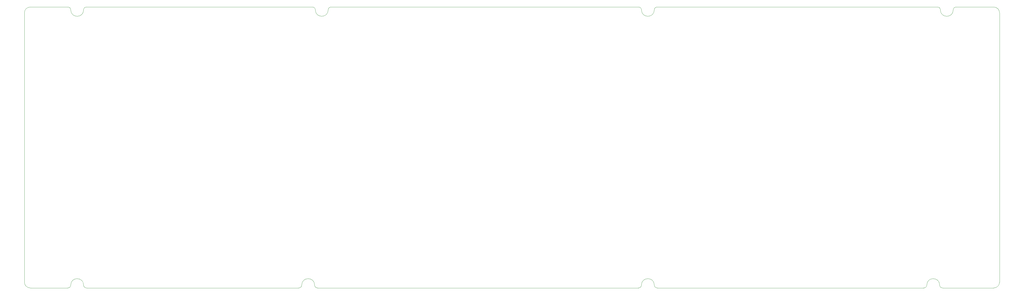
<source format=gbr>
%TF.GenerationSoftware,KiCad,Pcbnew,8.0.8*%
%TF.CreationDate,2025-02-24T19:32:55-06:00*%
%TF.ProjectId,kb,6b622e6b-6963-4616-945f-706362585858,rev?*%
%TF.SameCoordinates,Original*%
%TF.FileFunction,Profile,NP*%
%FSLAX46Y46*%
G04 Gerber Fmt 4.6, Leading zero omitted, Abs format (unit mm)*
G04 Created by KiCad (PCBNEW 8.0.8) date 2025-02-24 19:32:55*
%MOMM*%
%LPD*%
G01*
G04 APERTURE LIST*
%TA.AperFunction,Profile*%
%ADD10C,0.050000*%
%TD*%
G04 APERTURE END LIST*
D10*
X326550000Y0D02*
X339775000Y0D01*
X100975000Y0D02*
G75*
G02*
X101975000Y-1000000I0J-1000000D01*
G01*
X25000Y-96750000D02*
X25000Y-2000000D01*
X339775000Y0D02*
G75*
G02*
X341775000Y-2000000I0J-2000000D01*
G01*
X20750000Y-1000000D02*
G75*
G02*
X21750000Y0I1000000J0D01*
G01*
X2025000Y-98750000D02*
G75*
G02*
X25000Y-96750000I0J2000000D01*
G01*
X2025000Y-98750000D02*
X15250000Y-98750000D01*
X221775000Y0D02*
X320050000Y0D01*
X21750000Y-98750000D02*
X96212500Y-98750000D01*
X325550000Y-1000000D02*
G75*
G02*
X326550000Y0I1000000J0D01*
G01*
X316287500Y-97750000D02*
G75*
G02*
X320787500Y-97750000I2250000J0D01*
G01*
X341775000Y-96750000D02*
G75*
G02*
X339775000Y-98750000I-2000000J0D01*
G01*
X21750000Y0D02*
X100975000Y0D01*
X2025000Y0D02*
X15250000Y0D01*
X106475000Y-1000000D02*
G75*
G02*
X107475000Y0I1000000J0D01*
G01*
X25000Y-2000000D02*
G75*
G02*
X2025000Y0I1999999J1D01*
G01*
X20750000Y-1000000D02*
G75*
G02*
X16250000Y-1000000I-2250000J0D01*
G01*
X216275000Y-97750000D02*
G75*
G02*
X215275000Y-98750000I-1000000J0D01*
G01*
X21750000Y-98750000D02*
G75*
G02*
X20750000Y-97750000I0J1000000D01*
G01*
X215275000Y0D02*
G75*
G02*
X216275000Y-1000000I0J-1000000D01*
G01*
X220775000Y-1000000D02*
G75*
G02*
X216275000Y-1000000I-2250000J0D01*
G01*
X320050000Y0D02*
G75*
G02*
X321050000Y-1000000I0J-1000000D01*
G01*
X221775000Y-98750000D02*
X315287500Y-98750000D01*
X216275000Y-97750000D02*
G75*
G02*
X220775000Y-97750000I2250000J0D01*
G01*
X16250000Y-97750000D02*
G75*
G02*
X20750000Y-97750000I2250000J0D01*
G01*
X341775000Y-96750000D02*
X341775000Y-2000000D01*
X107475000Y0D02*
X215275000Y0D01*
X15250000Y0D02*
G75*
G02*
X16250000Y-1000000I0J-1000000D01*
G01*
X220775000Y-1000000D02*
G75*
G02*
X221775000Y0I1000000J0D01*
G01*
X106475000Y-1000000D02*
G75*
G02*
X101975000Y-1000000I-2250000J0D01*
G01*
X316287500Y-97750000D02*
G75*
G02*
X315287500Y-98750000I-1000000J0D01*
G01*
X221775000Y-98750000D02*
G75*
G02*
X220775000Y-97750000I0J1000000D01*
G01*
X97212500Y-97750000D02*
G75*
G02*
X101712500Y-97750000I2250000J0D01*
G01*
X321787500Y-98750000D02*
G75*
G02*
X320787500Y-97750000I0J1000000D01*
G01*
X325550000Y-1000000D02*
G75*
G02*
X321050000Y-1000000I-2250000J0D01*
G01*
X97212500Y-97750000D02*
G75*
G02*
X96212500Y-98750000I-1000000J0D01*
G01*
X321787500Y-98750000D02*
X339775000Y-98750000D01*
X102712500Y-98750000D02*
X215275000Y-98750000D01*
X102712500Y-98750000D02*
G75*
G02*
X101712500Y-97750000I0J1000000D01*
G01*
X16250000Y-97750000D02*
G75*
G02*
X15250000Y-98750000I-1000000J0D01*
G01*
M02*

</source>
